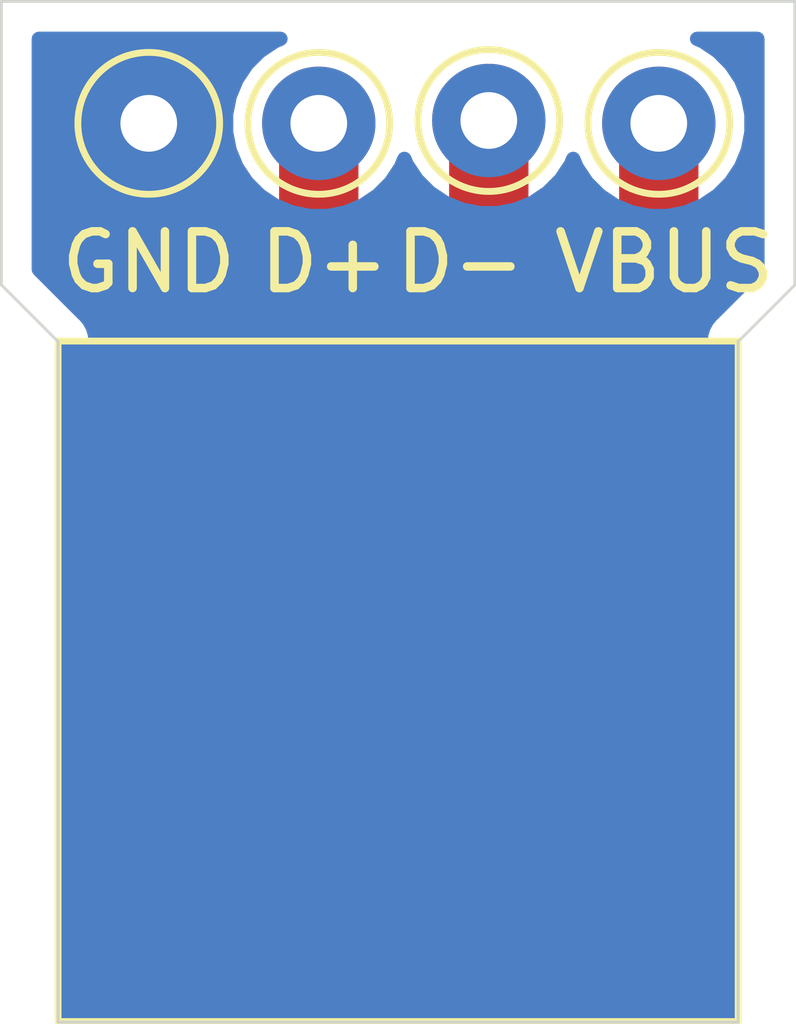
<source format=kicad_pcb>
(kicad_pcb (version 20171130) (host pcbnew "(5.1.5)-3")

  (general
    (thickness 1.6)
    (drawings 8)
    (tracks 12)
    (zones 0)
    (modules 5)
    (nets 5)
  )

  (page A4)
  (layers
    (0 F.Cu signal)
    (31 B.Cu signal)
    (32 B.Adhes user)
    (33 F.Adhes user)
    (34 B.Paste user)
    (35 F.Paste user)
    (36 B.SilkS user)
    (37 F.SilkS user)
    (38 B.Mask user)
    (39 F.Mask user)
    (40 Dwgs.User user)
    (41 Cmts.User user)
    (42 Eco1.User user)
    (43 Eco2.User user)
    (44 Edge.Cuts user)
    (45 Margin user)
    (46 B.CrtYd user)
    (47 F.CrtYd user)
    (48 B.Fab user)
    (49 F.Fab user)
  )

  (setup
    (last_trace_width 1.4)
    (user_trace_width 1.4)
    (trace_clearance 0.2)
    (zone_clearance 0.508)
    (zone_45_only no)
    (trace_min 0.2)
    (via_size 4)
    (via_drill 0.4)
    (via_min_size 0.4)
    (via_min_drill 0.3)
    (uvia_size 0.3)
    (uvia_drill 0.1)
    (uvias_allowed no)
    (uvia_min_size 0.2)
    (uvia_min_drill 0.1)
    (edge_width 0.05)
    (segment_width 0.2)
    (pcb_text_width 0.3)
    (pcb_text_size 1.5 1.5)
    (mod_edge_width 0.12)
    (mod_text_size 1 1)
    (mod_text_width 0.15)
    (pad_size 2 2)
    (pad_drill 1)
    (pad_to_mask_clearance 0.051)
    (solder_mask_min_width 0.25)
    (aux_axis_origin 0 0)
    (visible_elements FFFFFF7F)
    (pcbplotparams
      (layerselection 0x010fc_ffffffff)
      (usegerberextensions false)
      (usegerberattributes false)
      (usegerberadvancedattributes false)
      (creategerberjobfile false)
      (excludeedgelayer true)
      (linewidth 0.100000)
      (plotframeref false)
      (viasonmask false)
      (mode 1)
      (useauxorigin false)
      (hpglpennumber 1)
      (hpglpenspeed 20)
      (hpglpendiameter 15.000000)
      (psnegative false)
      (psa4output false)
      (plotreference true)
      (plotvalue true)
      (plotinvisibletext false)
      (padsonsilk false)
      (subtractmaskfromsilk false)
      (outputformat 1)
      (mirror false)
      (drillshape 0)
      (scaleselection 1)
      (outputdirectory "./Fab_Outputs"))
  )

  (net 0 "")
  (net 1 "Net-(H1-Pad1)")
  (net 2 "Net-(H2-Pad1)")
  (net 3 "Net-(H3-Pad1)")
  (net 4 "Net-(H4-Pad1)")

  (net_class Default "This is the default net class."
    (clearance 0.2)
    (trace_width 1.5)
    (via_dia 4)
    (via_drill 0.4)
    (uvia_dia 0.3)
    (uvia_drill 0.1)
    (add_net "Net-(H1-Pad1)")
    (add_net "Net-(H2-Pad1)")
    (add_net "Net-(H3-Pad1)")
    (add_net "Net-(H4-Pad1)")
  )

  (module "Low-Profile USB:PCB_USB" (layer F.Cu) (tedit 5E375CD4) (tstamp 5E379E5F)
    (at 146 93.24)
    (descr "PCB USB connector for when you're feeling lazy")
    (path /5E373D7E)
    (attr virtual)
    (fp_text reference J1 (at -3.95 -8.125) (layer F.SilkS) hide
      (effects (font (size 1 1) (thickness 0.15)))
    )
    (fp_text value USB_A (at -2.7 -9.775) (layer F.Fab) hide
      (effects (font (size 1 1) (thickness 0.15)))
    )
    (fp_line (start 6 4.75) (end 6 -7.25) (layer Dwgs.User) (width 0.12))
    (fp_line (start -6 4.75) (end -6 -7.25) (layer Dwgs.User) (width 0.12))
    (fp_line (start 6 4.75) (end -6 4.75) (layer Dwgs.User) (width 0.12))
    (fp_line (start -6 -7.25) (end -6 4.75) (layer F.SilkS) (width 0.12))
    (fp_line (start 6 -7.25) (end -6 -7.25) (layer F.SilkS) (width 0.12))
    (fp_line (start 6 4.75) (end 6 -7.25) (layer F.SilkS) (width 0.12))
    (fp_line (start -6 4.75) (end 6 4.75) (layer F.SilkS) (width 0.12))
    (pad 5 smd rect (at 0 -1.24) (size 12 12) (layers B.Cu B.Paste B.Mask)
      (net 4 "Net-(H4-Pad1)"))
    (pad 3 smd rect (at -1.25 -0.5) (size 1 6.41) (layers F.Cu F.Paste F.Mask)
      (net 2 "Net-(H2-Pad1)"))
    (pad 2 smd rect (at 1.25 -0.5) (size 1 6.41) (layers F.Cu F.Paste F.Mask)
      (net 3 "Net-(H3-Pad1)"))
    (pad 4 smd rect (at -3.75 0) (size 1 7.41) (layers F.Cu F.Paste F.Mask)
      (net 4 "Net-(H4-Pad1)"))
    (pad 1 smd rect (at 3.75 0) (size 1 7.41) (layers F.Cu F.Paste F.Mask)
      (net 1 "Net-(H1-Pad1)"))
  )

  (module Connector_Pin:Pin_D1.0mm_L10.0mm (layer F.Cu) (tedit 5A1DC084) (tstamp 5E379E52)
    (at 141.6 82.15)
    (descr "solder Pin_ diameter 1.0mm, hole diameter 1.0mm (press fit), length 10.0mm")
    (tags "solder Pin_ press fit")
    (path /5E3760CE)
    (fp_text reference H4 (at 0 2.25) (layer F.SilkS) hide
      (effects (font (size 1 1) (thickness 0.15)))
    )
    (fp_text value GND (at 0 2.45) (layer F.SilkS)
      (effects (font (size 1 1) (thickness 0.15)))
    )
    (fp_circle (center 0 0) (end 1.25 0.05) (layer F.SilkS) (width 0.12))
    (fp_circle (center 0 0) (end 1 0) (layer F.Fab) (width 0.12))
    (fp_circle (center 0 0) (end 0.5 0) (layer F.Fab) (width 0.12))
    (fp_circle (center 0 0) (end 1.5 0) (layer F.CrtYd) (width 0.05))
    (fp_text user %R (at 0 2.25) (layer F.Fab) hide
      (effects (font (size 1 1) (thickness 0.15)))
    )
    (pad 1 thru_hole circle (at 0 0) (size 2 2) (drill 1) (layers *.Cu *.Mask)
      (net 4 "Net-(H4-Pad1)"))
    (model ${KISYS3DMOD}/Connector_Pin.3dshapes/Pin_D1.0mm_L10.0mm.wrl
      (at (xyz 0 0 0))
      (scale (xyz 1 1 1))
      (rotate (xyz 0 0 0))
    )
  )

  (module Connector_Pin:Pin_D1.0mm_L10.0mm (layer F.Cu) (tedit 5A1DC084) (tstamp 5E379E48)
    (at 147.6 82.1)
    (descr "solder Pin_ diameter 1.0mm, hole diameter 1.0mm (press fit), length 10.0mm")
    (tags "solder Pin_ press fit")
    (path /5E375C8A)
    (fp_text reference H3 (at 0 2.25) (layer F.SilkS) hide
      (effects (font (size 1 1) (thickness 0.15)))
    )
    (fp_text value D- (at -0.5 2.5) (layer F.SilkS)
      (effects (font (size 1 1) (thickness 0.15)))
    )
    (fp_circle (center 0 0) (end 1.25 0.05) (layer F.SilkS) (width 0.12))
    (fp_circle (center 0 0) (end 1 0) (layer F.Fab) (width 0.12))
    (fp_circle (center 0 0) (end 0.5 0) (layer F.Fab) (width 0.12))
    (fp_circle (center 0 0) (end 1.5 0) (layer F.CrtYd) (width 0.05))
    (fp_text user %R (at 0 2.25) (layer F.Fab) hide
      (effects (font (size 1 1) (thickness 0.15)))
    )
    (pad 1 thru_hole circle (at 0 0) (size 2 2) (drill 1) (layers *.Cu *.Mask)
      (net 3 "Net-(H3-Pad1)"))
    (model ${KISYS3DMOD}/Connector_Pin.3dshapes/Pin_D1.0mm_L10.0mm.wrl
      (at (xyz 0 0 0))
      (scale (xyz 1 1 1))
      (rotate (xyz 0 0 0))
    )
  )

  (module Connector_Pin:Pin_D1.0mm_L10.0mm (layer F.Cu) (tedit 5A1DC084) (tstamp 5E379E3E)
    (at 144.6 82.15)
    (descr "solder Pin_ diameter 1.0mm, hole diameter 1.0mm (press fit), length 10.0mm")
    (tags "solder Pin_ press fit")
    (path /5E3755CA)
    (fp_text reference H2 (at 0 2.25) (layer F.SilkS) hide
      (effects (font (size 1 1) (thickness 0.15)))
    )
    (fp_text value D+ (at 0.1 2.45) (layer F.SilkS)
      (effects (font (size 1 1) (thickness 0.15)))
    )
    (fp_circle (center 0 0) (end 1.25 0.05) (layer F.SilkS) (width 0.12))
    (fp_circle (center 0 0) (end 1 0) (layer F.Fab) (width 0.12))
    (fp_circle (center 0 0) (end 0.5 0) (layer F.Fab) (width 0.12))
    (fp_circle (center 0 0) (end 1.5 0) (layer F.CrtYd) (width 0.05))
    (fp_text user %R (at 0 2.25) (layer F.Fab) hide
      (effects (font (size 1 1) (thickness 0.15)))
    )
    (pad 1 thru_hole circle (at 0 0) (size 2 2) (drill 1) (layers *.Cu *.Mask)
      (net 2 "Net-(H2-Pad1)"))
    (model ${KISYS3DMOD}/Connector_Pin.3dshapes/Pin_D1.0mm_L10.0mm.wrl
      (at (xyz 0 0 0))
      (scale (xyz 1 1 1))
      (rotate (xyz 0 0 0))
    )
  )

  (module Connector_Pin:Pin_D1.0mm_L10.0mm (layer F.Cu) (tedit 5A1DC084) (tstamp 5E379E34)
    (at 150.6 82.15)
    (descr "solder Pin_ diameter 1.0mm, hole diameter 1.0mm (press fit), length 10.0mm")
    (tags "solder Pin_ press fit")
    (path /5E374CCD)
    (fp_text reference H1 (at 0 2.25) (layer F.SilkS) hide
      (effects (font (size 1 1) (thickness 0.15)))
    )
    (fp_text value VBUS (at 0.1 2.45) (layer F.SilkS)
      (effects (font (size 1 1) (thickness 0.15)))
    )
    (fp_circle (center 0 0) (end 1.25 0.05) (layer F.SilkS) (width 0.12))
    (fp_circle (center 0 0) (end 1 0) (layer F.Fab) (width 0.12))
    (fp_circle (center 0 0) (end 0.5 0) (layer F.Fab) (width 0.12))
    (fp_circle (center 0 0) (end 1.5 0) (layer F.CrtYd) (width 0.05))
    (fp_text user %R (at 0 2.25) (layer F.Fab) hide
      (effects (font (size 1 1) (thickness 0.15)))
    )
    (pad 1 thru_hole circle (at 0 0) (size 2 2) (drill 1) (layers *.Cu *.Mask)
      (net 1 "Net-(H1-Pad1)"))
    (model ${KISYS3DMOD}/Connector_Pin.3dshapes/Pin_D1.0mm_L10.0mm.wrl
      (at (xyz 0 0 0))
      (scale (xyz 1 1 1))
      (rotate (xyz 0 0 0))
    )
  )

  (gr_line (start 140 86) (end 140 98) (layer Edge.Cuts) (width 0.05) (tstamp 5E37A90F))
  (gr_line (start 139 85) (end 140 86) (layer Edge.Cuts) (width 0.05))
  (gr_line (start 139 80) (end 139 85) (layer Edge.Cuts) (width 0.05))
  (gr_line (start 153 80) (end 139 80) (layer Edge.Cuts) (width 0.05))
  (gr_line (start 153 85) (end 153 80) (layer Edge.Cuts) (width 0.05))
  (gr_line (start 152 86) (end 153 85) (layer Edge.Cuts) (width 0.05))
  (gr_line (start 152 98) (end 152 86) (layer Edge.Cuts) (width 0.05))
  (gr_line (start 140 98) (end 152 98) (layer Edge.Cuts) (width 0.05))

  (segment (start 150.6 82.15) (end 150.6 84.1) (width 1.4) (layer F.Cu) (net 1))
  (segment (start 149.765 84.935) (end 149.765 92.78) (width 1.4) (layer F.Cu) (net 1))
  (segment (start 150.6 84.1) (end 149.765 84.935) (width 1.4) (layer F.Cu) (net 1))
  (segment (start 144.6 82.15) (end 144.6 85.1) (width 1.4) (layer F.Cu) (net 2))
  (segment (start 144.765 85.265) (end 144.765 92.28) (width 1.4) (layer F.Cu) (net 2))
  (segment (start 144.6 85.1) (end 144.765 85.265) (width 1.4) (layer F.Cu) (net 2))
  (segment (start 147.6 82.1) (end 147.6 85.1) (width 1.4) (layer F.Cu) (net 3))
  (segment (start 147.265 85.435) (end 147.265 92.28) (width 1.4) (layer F.Cu) (net 3))
  (segment (start 147.6 85.1) (end 147.265 85.435) (width 1.4) (layer F.Cu) (net 3))
  (segment (start 141.6 82.15) (end 141.6 84.6) (width 1.4) (layer F.Cu) (net 4))
  (segment (start 142.265 85.265) (end 142.265 92.78) (width 1.4) (layer F.Cu) (net 4))
  (segment (start 141.6 84.6) (end 142.265 85.265) (width 1.4) (layer F.Cu) (net 4))

  (zone (net 4) (net_name "Net-(H4-Pad1)") (layer B.Cu) (tstamp 5E37A9A7) (hatch edge 0.508)
    (connect_pads yes (clearance 0.508))
    (min_thickness 0.254)
    (fill yes (arc_segments 32) (thermal_gap 0.508) (thermal_bridge_width 0.508))
    (polygon
      (pts
        (xy 153 85) (xy 152 86) (xy 152 98) (xy 140 98) (xy 140 86)
        (xy 139 85) (xy 139 80) (xy 153 80)
      )
    )
    (filled_polygon
      (pts
        (xy 143.825537 80.701082) (xy 143.557748 80.880013) (xy 143.330013 81.107748) (xy 143.151082 81.375537) (xy 143.027832 81.673088)
        (xy 142.965 81.988967) (xy 142.965 82.311033) (xy 143.027832 82.626912) (xy 143.151082 82.924463) (xy 143.330013 83.192252)
        (xy 143.557748 83.419987) (xy 143.825537 83.598918) (xy 144.123088 83.722168) (xy 144.438967 83.785) (xy 144.761033 83.785)
        (xy 145.076912 83.722168) (xy 145.374463 83.598918) (xy 145.642252 83.419987) (xy 145.869987 83.192252) (xy 146.048918 82.924463)
        (xy 146.110355 82.77614) (xy 146.151082 82.874463) (xy 146.330013 83.142252) (xy 146.557748 83.369987) (xy 146.825537 83.548918)
        (xy 147.123088 83.672168) (xy 147.438967 83.735) (xy 147.761033 83.735) (xy 148.076912 83.672168) (xy 148.374463 83.548918)
        (xy 148.642252 83.369987) (xy 148.869987 83.142252) (xy 149.048918 82.874463) (xy 149.089645 82.77614) (xy 149.151082 82.924463)
        (xy 149.330013 83.192252) (xy 149.557748 83.419987) (xy 149.825537 83.598918) (xy 150.123088 83.722168) (xy 150.438967 83.785)
        (xy 150.761033 83.785) (xy 151.076912 83.722168) (xy 151.374463 83.598918) (xy 151.642252 83.419987) (xy 151.869987 83.192252)
        (xy 152.048918 82.924463) (xy 152.172168 82.626912) (xy 152.235 82.311033) (xy 152.235 81.988967) (xy 152.172168 81.673088)
        (xy 152.048918 81.375537) (xy 151.869987 81.107748) (xy 151.642252 80.880013) (xy 151.374463 80.701082) (xy 151.275283 80.66)
        (xy 152.340001 80.66) (xy 152.34 84.726619) (xy 151.556232 85.510388) (xy 151.531053 85.531052) (xy 151.510389 85.556231)
        (xy 151.510386 85.556234) (xy 151.448575 85.63155) (xy 151.38729 85.746208) (xy 151.349551 85.870618) (xy 151.336808 86)
        (xy 151.340001 86.032419) (xy 151.34 97.34) (xy 140.66 97.34) (xy 140.66 86.032412) (xy 140.663192 86)
        (xy 140.66 85.967588) (xy 140.66 85.967581) (xy 140.65045 85.870617) (xy 140.61271 85.746207) (xy 140.551425 85.63155)
        (xy 140.535963 85.61271) (xy 140.489614 85.556233) (xy 140.489612 85.556231) (xy 140.468948 85.531052) (xy 140.44377 85.510389)
        (xy 139.66 84.72662) (xy 139.66 80.66) (xy 143.924717 80.66)
      )
    )
  )
)

</source>
